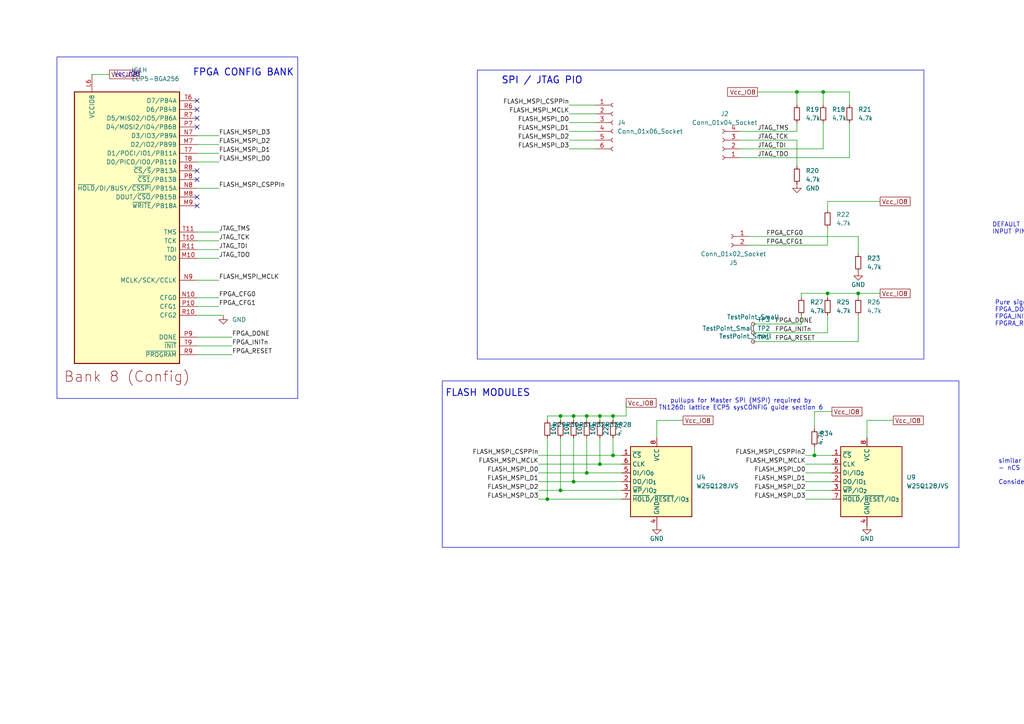
<source format=kicad_sch>
(kicad_sch (version 20250114) (generator "eeschema") (generator_version "9.0")
  (paper "A4")
  (lib_symbols
    (symbol "Connector:Conn_01x02_Socket" (pin_names (offset 1.016) (hide yes))
      (property "Reference" "J" (at 0 2.54 0))
      (property "Value" "Conn_01x02_Socket" (at 0 -5.08 0))
      (symbol "Conn_01x02_Socket_1_1"
        (polyline (pts (xy -1.27 0) (xy -0.508 0)) (stroke (width 0.1524)))
        (polyline (pts (xy -1.27 -2.54) (xy -0.508 -2.54)) (stroke (width 0.1524)))
        (arc (start 0 -0.508) (mid -0.5058 0) (end 0 0.508) (stroke (width 0.1524)))
        (arc (start 0 -3.048) (mid -0.5058 -2.54) (end 0 -2.032) (stroke (width 0.1524)))
        (pin passive line (at -5.08 0 0) (length 3.81) (name "Pin_1") (number "1"))
        (pin passive line (at -5.08 -2.54 0) (length 3.81) (name "Pin_2") (number "2"))
      )
    )
    (symbol "Connector:Conn_01x04_Socket" (pin_names (offset 1.016) (hide yes))
      (property "Reference" "J" (at 0 5.08 0))
      (property "Value" "Conn_01x04_Socket" (at 0 -7.62 0))
      (symbol "Conn_01x04_Socket_1_1"
        (polyline (pts (xy -1.27 2.54) (xy -0.508 2.54)) (stroke (width 0.1524)))
        (polyline (pts (xy -1.27 0) (xy -0.508 0)) (stroke (width 0.1524)))
        (polyline (pts (xy -1.27 -2.54) (xy -0.508 -2.54)) (stroke (width 0.1524)))
        (polyline (pts (xy -1.27 -5.08) (xy -0.508 -5.08)) (stroke (width 0.1524)))
        (arc (start 0 2.032) (mid -0.5058 2.54) (end 0 3.048) (stroke (width 0.1524)))
        (arc (start 0 -0.508) (mid -0.5058 0) (end 0 0.508) (stroke (width 0.1524)))
        (arc (start 0 -3.048) (mid -0.5058 -2.54) (end 0 -2.032) (stroke (width 0.1524)))
        (arc (start 0 -5.588) (mid -0.5058 -5.08) (end 0 -4.572) (stroke (width 0.1524)))
        (pin passive line (at -5.08 2.54 0) (length 3.81) (name "Pin_1") (number "1"))
        (pin passive line (at -5.08 0 0) (length 3.81) (name "Pin_2") (number "2"))
        (pin passive line (at -5.08 -2.54 0) (length 3.81) (name "Pin_3") (number "3"))
        (pin passive line (at -5.08 -5.08 0) (length 3.81) (name "Pin_4") (number "4"))
      )
    )
    (symbol "Connector:Conn_01x06_Socket" (pin_names (offset 1.016) (hide yes))
      (property "Reference" "J" (at 0 7.62 0))
      (property "Value" "Conn_01x06_Socket" (at 0 -10.16 0))
      (symbol "Conn_01x06_Socket_1_1"
        (polyline (pts (xy -1.27 5.08) (xy -0.508 5.08)) (stroke (width 0.1524)))
        (polyline (pts (xy -1.27 2.54) (xy -0.508 2.54)) (stroke (width 0.1524)))
        (polyline (pts (xy -1.27 0) (xy -0.508 0)) (stroke (width 0.1524)))
        (polyline (pts (xy -1.27 -2.54) (xy -0.508 -2.54)) (stroke (width 0.1524)))
        (polyline (pts (xy -1.27 -5.08) (xy -0.508 -5.08)) (stroke (width 0.1524)))
        (polyline (pts (xy -1.27 -7.62) (xy -0.508 -7.62)) (stroke (width 0.1524)))
        (arc (start 0 4.572) (mid -0.5058 5.08) (end 0 5.588) (stroke (width 0.1524)))
        (arc (start 0 2.032) (mid -0.5058 2.54) (end 0 3.048) (stroke (width 0.1524)))
        (arc (start 0 -0.508) (mid -0.5058 0) (end 0 0.508) (stroke (width 0.1524)))
        (arc (start 0 -3.048) (mid -0.5058 -2.54) (end 0 -2.032) (stroke (width 0.1524)))
        (arc (start 0 -5.588) (mid -0.5058 -5.08) (end 0 -4.572) (stroke (width 0.1524)))
        (arc (start 0 -8.128) (mid -0.5058 -7.62) (end 0 -7.112) (stroke (width 0.1524)))
        (pin passive line (at -5.08 5.08 0) (length 3.81) (name "Pin_1") (number "1"))
        (pin passive line (at -5.08 2.54 0) (length 3.81) (name "Pin_2") (number "2"))
        (pin passive line (at -5.08 0 0) (length 3.81) (name "Pin_3") (number "3"))
        (pin passive line (at -5.08 -2.54 0) (length 3.81) (name "Pin_4") (number "4"))
        (pin passive line (at -5.08 -5.08 0) (length 3.81) (name "Pin_5") (number "5"))
        (pin passive line (at -5.08 -7.62 0) (length 3.81) (name "Pin_6") (number "6"))
      )
    )
    (symbol "Connector:TestPoint_Small" (pin_numbers (hide yes)) (pin_names (offset 0.762) (hide yes))
      (property "Reference" "TP" (at 0 3.81 0))
      (property "Value" "TestPoint_Small" (at 0 2.032 0))
      (symbol "TestPoint_Small_0_1"
        (circle (center 0 0) (radius 0.508))
      )
      (symbol "TestPoint_Small_1_1"
        (pin passive line (at 0 0 90) (length 0) (name "1") (number "1"))
      )
    )
    (symbol "Device:R_Small" (pin_numbers (hide yes)) (pin_names (offset 0.254) (hide yes))
      (property "Reference" "R" (at 0 0 90))
      (property "Value" "R_Small" (at 1.778 0 90))
      (symbol "R_Small_0_1"
        (rectangle (start -0.762 1.778) (end 0.762 -1.778) (stroke (width 0.2032)))
      )
      (symbol "R_Small_1_1"
        (pin passive line (at 0 2.54 270) (length 0.762) (name "~") (number "1"))
        (pin passive line (at 0 -2.54 90) (length 0.762) (name "~") (number "2"))
      )
    )
    (symbol "Memory_Flash:W25Q128JVS"
      (property "Reference" "U" (at -6.35 11.43 0))
      (property "Value" "W25Q128JVS" (at 7.62 11.43 0))
      (symbol "W25Q128JVS_0_1"
        (rectangle (start -7.62 10.16) (end 10.16 -10.16) (stroke (width 0.254)) (fill (type background)))
      )
      (symbol "W25Q128JVS_1_1"
        (pin input line (at -10.16 7.62 0) (length 2.54) (name "~{CS}") (number "1"))
        (pin input line (at -10.16 5.08 0) (length 2.54) (name "CLK") (number "6"))
        (pin bidirectional line (at -10.16 2.54 0) (length 2.54) (name "DI/IO_{0}") (number "5"))
        (pin bidirectional line (at -10.16 0 0) (length 2.54) (name "DO/IO_{1}") (number "2"))
        (pin bidirectional line (at -10.16 -2.54 0) (length 2.54) (name "~{WP}/IO_{2}") (number "3"))
        (pin bidirectional line (at -10.16 -5.08 0) (length 2.54) (name "~{HOLD}/~{RESET}/IO_{3}") (number "7"))
        (pin power_in line (at 0 12.7 270) (length 2.54) (name "VCC") (number "8"))
        (pin power_in line (at 0 -12.7 90) (length 2.54) (name "GND") (number "4"))
      )
    )
    (symbol "ecp5bga256:ECP5-BGA256" (pin_names (offset 0.762))
      (property "Reference" "IC" (at 1.27 45.72 0))
      (property "Value" "ECP5-BGA256" (at 1.27 43.18 0))
      (symbol "ECP5-BGA256_1_0"
        (rectangle (start -13.97 35.56) (end 13.97 -35.56) (stroke (width 0.3048)) (fill (type background)))
      )
      (symbol "ECP5-BGA256_1_1"
        (text "FPGA Supplies" (at 0 -39.37 0) (effects (font (size 2.9972 2.9972))))
        (pin power_in line (at -19.05 33.02 0) (length 5.08) (name "VCC_1") (number "G6"))
        (pin power_in line (at -19.05 30.48 0) (length 5.08) (name "VCC_2") (number "G7"))
        (pin power_in line (at -19.05 27.94 0) (length 5.08) (name "VCC_3") (number "G9"))
        (pin power_in line (at -19.05 25.4 0) (length 5.08) (name "VCC_4") (number "L8"))
        (pin power_in line (at -19.05 22.86 0) (length 5.08) (name "VCC_5") (number "L9"))
        (pin power_in line (at -19.05 20.32 0) (length 5.08) (name "VCC_6") (number "L10"))
        (pin power_in line (at -19.05 -30.48 0) (length 5.08) (name "VCCAUX_1") (number "G11"))
        (pin power_in line (at -19.05 -33.02 0) (length 5.08) (name "VCCAUX_2") (number "L7"))
        (pin power_in line (at 19.05 33.02 180) (length 5.08) (name "GND_1") (number "A1"))
        (pin power_in line (at 19.05 30.48 180) (length 5.08) (name "GND_2") (number "A16"))
        (pin power_in line (at 19.05 27.94 180) (length 5.08) (name "GND_3") (number "D2"))
        (pin power_in line (at 19.05 25.4 180) (length 5.08) (name "GND_4") (number "D15"))
        (pin power_in line (at 19.05 22.86 180) (length 5.08) (name "GND_5") (number "F8"))
        (pin power_in line (at 19.05 20.32 180) (length 5.08) (name "GND_6") (number "F9"))
        (pin power_in line (at 19.05 17.78 180) (length 5.08) (name "GND_7") (number "G8"))
        (pin power_in line (at 19.05 15.24 180) (length 5.08) (name "GND_8") (number "G10"))
        (pin power_in line (at 19.05 12.7 180) (length 5.08) (name "GND_9") (number "H1"))
        (pin power_in line (at 19.05 10.16 180) (length 5.08) (name "GND_10") (number "H8"))
        (pin power_in line (at 19.05 7.62 180) (length 5.08) (name "GND_11") (number "H9"))
        (pin power_in line (at 19.05 5.08 180) (length 5.08) (name "GND_12") (number "H10"))
        (pin power_in line (at 19.05 2.54 180) (length 5.08) (name "GND_13") (number "H16"))
        (pin power_in line (at 19.05 0 180) (length 5.08) (name "GND_14") (number "J8"))
        (pin power_in line (at 19.05 -2.54 180) (length 5.08) (name "GND_15") (number "J9"))
        (pin power_in line (at 19.05 -5.08 180) (length 5.08) (name "GND_16") (number "J10"))
        (pin power_in line (at 19.05 -7.62 180) (length 5.08) (name "GND_17") (number "K6"))
        (pin power_in line (at 19.05 -10.16 180) (length 5.08) (name "GND_18") (number "K7"))
        (pin power_in line (at 19.05 -12.7 180) (length 5.08) (name "GND_19") (number "K8"))
        (pin power_in line (at 19.05 -15.24 180) (length 5.08) (name "GND_20") (number "K9"))
        (pin power_in line (at 19.05 -17.78 180) (length 5.08) (name "GND_21") (number "K10"))
        (pin power_in line (at 19.05 -20.32 180) (length 5.08) (name "GND_22") (number "N2"))
        (pin power_in line (at 19.05 -22.86 180) (length 5.08) (name "GND_23") (number "N15"))
        (pin power_in line (at 19.05 -25.4 180) (length 5.08) (name "GND_24") (number "T1"))
        (pin power_in line (at 19.05 -27.94 180) (length 5.08) (name "GND_25") (number "T5"))
        (pin power_in line (at 19.05 -30.48 180) (length 5.08) (name "GND_26") (number "T12"))
        (pin power_in line (at 19.05 -33.02 180) (length 5.08) (name "GND_27") (number "T16"))
      )
      (symbol "ECP5-BGA256_2_1"
        (rectangle (start -8.89 31.75) (end 8.89 -31.75) (stroke (width 0.3048)) (fill (type background)))
        (text "Bank 0" (at 0 -35.56 0) (effects (font (size 2.9972 2.9972))))
        (pin power_in line (at -5.08 36.83 270) (length 5.08) (name "VCCIO0_2") (number "F7"))
        (pin power_in line (at -2.54 36.83 270) (length 5.08) (name "VCCIO0_1") (number "F6"))
        (pin bidirectional line (at 13.97 29.21 180) (length 5.08) (name "PT4A") (number "A2"))
        (pin bidirectional line (at 13.97 26.67 180) (length 5.08) (name "PT4B") (number "B3"))
        (pin bidirectional line (at 13.97 24.13 180) (length 5.08) (name "PT6A") (number "A3"))
        (pin bidirectional line (at 13.97 21.59 180) (length 5.08) (name "PT6B") (number "A4"))
        (pin bidirectional line (at 13.97 19.05 180) (length 5.08) (name "PT9A") (number "E4"))
        (pin bidirectional line (at 13.97 16.51 180) (length 5.08) (name "PT9B") (number "D4"))
        (pin bidirectional line (at 13.97 13.97 180) (length 5.08) (name "PT11A") (number "C4"))
        (pin bidirectional line (at 13.97 11.43 180) (length 5.08) (name "PT11B") (number "B4"))
        (pin bidirectional line (at 13.97 8.89 180) (length 5.08) (name "PT13A") (number "E5"))
        (pin bidirectional line (at 13.97 6.35 180) (length 5.08) (name "PT13B") (number "D5"))
        (pin bidirectional line (at 13.97 3.81 180) (length 5.08) (name "PT15A") (number "C5"))
        (pin bidirectional line (at 13.97 1.27 180) (length 5.08) (name "PT15B") (number "B5"))
        (pin bidirectional line (at 13.97 -1.27 180) (length 5.08) (name "PT18A") (number "A5"))
        (pin bidirectional line (at 13.97 -3.81 180) (length 5.08) (name "PT18B") (number "A6"))
        (pin bidirectional line (at 13.97 -6.35 180) (length 5.08) (name "PT20A") (number "E6"))
        (pin bidirectional line (at 13.97 -8.89 180) (length 5.08) (name "PT20B") (number "D6"))
        (pin bidirectional line (at 13.97 -11.43 180) (length 5.08) (name "PT22A") (number "C6"))
        (pin bidirectional line (at 13.97 -13.97 180) (length 5.08) (name "PT22B") (number "B6"))
        (pin bidirectional line (at 13.97 -16.51 180) (length 5.08) (name "PT24A") (number "E7"))
        (pin bidirectional line (at 13.97 -19.05 180) (length 5.08) (name "PT24B") (number "D7"))
        (pin bidirectional line (at 13.97 -21.59 180) (length 5.08) (name "PT27A") (number "C7"))
        (pin bidirectional line (at 13.97 -24.13 180) (length 5.08) (name "PT27B") (number "B7"))
        (pin bidirectional line (at 13.97 -26.67 180) (length 5.08) (name "PT29A") (number "A7"))
        (pin bidirectional line (at 13.97 -29.21 180) (length 5.08) (name "PT29B") (number "A8"))
      )
      (symbol "ECP5-BGA256_3_0"
        (rectangle (start -8.89 41.91) (end 8.89 -41.91) (stroke (width 0.3048)) (fill (type background)))
      )
      (symbol "ECP5-BGA256_3_1"
        (text "Bank 1" (at 0 -45.72 0) (effects (font (size 2.9972 2.9972))))
        (pin power_in line (at -5.08 46.99 270) (length 5.08) (name "VCCIO1_2") (number "F11"))
        (pin power_in line (at -2.54 46.99 270) (length 5.08) (name "VCCIO1_1") (number "F10"))
        (pin bidirectional line (at 13.97 39.37 180) (length 5.08) (name "PT33A") (number "E8"))
        (pin bidirectional line (at 13.97 36.83 180) (length 5.08) (name "PT33B") (number "D8"))
        (pin bidirectional line (at 13.97 34.29 180) (length 5.08) (name "PT35A") (number "C8"))
        (pin bidirectional line (at 13.97 31.75 180) (length 5.08) (name "PT35B") (number "B8"))
        (pin bidirectional line (at 13.97 29.21 180) (length 5.08) (name "PT38A") (number "B9"))
        (pin bidirectional line (at 13.97 26.67 180) (length 5.08) (name "PT38B") (number "C9"))
        (pin bidirectional line (at 13.97 24.13 180) (length 5.08) (name "PT40A") (number "D9"))
        (pin bidirectional line (at 13.97 21.59 180) (length 5.08) (name "PT40B") (number "E9"))
        (pin bidirectional line (at 13.97 19.05 180) (length 5.08) (name "PT42A") (number "A9"))
        (pin bidirectional line (at 13.97 16.51 180) (length 5.08) (name "PT42B") (number "A10"))
        (pin bidirectional line (at 13.97 13.97 180) (length 5.08) (name "PT44A") (number "B10"))
        (pin bidirectional line (at 13.97 11.43 180) (length 5.08) (name "PT44B") (number "C10"))
        (pin bidirectional line (at 13.97 8.89 180) (length 5.08) (name "PT47A") (number "D10"))
        (pin bidirectional line (at 13.97 6.35 180) (length 5.08) (name "PT47B") (number "E10"))
        (pin bidirectional line (at 13.97 3.81 180) (length 5.08) (name "PT49A") (number "B11"))
        (pin bidirectional line (at 13.97 1.27 180) (length 5.08) (name "PT49B") (number "C11"))
        (pin bidirectional line (at 13.97 -1.27 180) (length 5.08) (name "PT51A") (number "D11"))
        (pin bidirectional line (at 13.97 -3.81 180) (length 5.08) (name "PT51B") (number "E11"))
        (pin bidirectional line (at 13.97 -6.35 180) (length 5.08) (name "PT53A") (number "A11"))
        (pin bidirectional line (at 13.97 -8.89 180) (length 5.08) (name "PT53B") (number "A12"))
        (pin bidirectional line (at 13.97 -11.43 180) (length 5.08) (name "PT56A") (number "B12"))
        (pin bidirectional line (at 13.97 -13.97 180) (length 5.08) (name "PT56B") (number "C12"))
        (pin bidirectional line (at 13.97 -16.51 180) (length 5.08) (name "PT58A") (number "D12"))
        (pin bidirectional line (at 13.97 -19.05 180) (length 5.08) (name "PT58B") (number "E12"))
        (pin bidirectional line (at 13.97 -21.59 180) (length 5.08) (name "PT60A") (number "B13"))
        (pin bidirectional line (at 13.97 -24.13 180) (length 5.08) (name "PT60B") (number "C13"))
        (pin bidirectional line (at 13.97 -26.67 180) (length 5.08) (name "PT62A") (number "D13"))
        (pin bidirectional line (at 13.97 -29.21 180) (length 5.08) (name "PT62B") (number "E13"))
        (pin bidirectional line (at 13.97 -31.75 180) (length 5.08) (name "PT65A") (number "A13"))
        (pin bidirectional line (at 13.97 -34.29 180) (length 5.08) (name "PT65B") (number "A14"))
        (pin bidirectional line (at 13.97 -36.83 180) (length 5.08) (name "PT67A") (number "B14"))
        (pin bidirectional line (at 13.97 -39.37 180) (length 5.08) (name "PT67B") (number "A15"))
      )
      (symbol "ECP5-BGA256_4_1"
        (rectangle (start -17.78 41.91) (end 8.89 -41.91) (stroke (width 0.3048)) (fill (type background)))
        (text "Bank 2" (at 0 -45.72 0) (effects (font (size 2.9972 2.9972))))
        (pin power_in line (at -11.43 46.99 270) (length 5.08) (name "VCCIO2_1") (number "H11"))
        (pin power_in line (at -8.89 46.99 270) (length 5.08) (name "VCCIO2_2") (number "J11"))
        (pin bidirectional line (at 13.97 39.37 180) (length 5.08) (name "PR2A/RDQ8") (number "B16"))
        (pin bidirectional line (at 13.97 36.83 180) (length 5.08) (name "PR2B/S0_IN") (number "B15"))
        (pin bidirectional line (at 13.97 34.29 180) (length 5.08) (name "PR2C") (number "C14"))
        (pin bidirectional line (at 13.97 31.75 180) (length 5.08) (name "PR2D") (number "D14"))
        (pin bidirectional line (at 13.97 29.21 180) (length 5.08) (name "PR5A") (number "C16"))
        (pin bidirectional line (at 13.97 26.67 180) (length 5.08) (name "PR5B") (number "C15"))
        (pin bidirectional line (at 13.97 24.13 180) (length 5.08) (name "PR5C") (number "E14"))
        (pin bidirectional line (at 13.97 21.59 180) (length 5.08) (name "PR5D") (number "F14"))
        (pin bidirectional line (at 13.97 19.05 180) (length 5.08) (name "PR8A/RDQS8") (number "D16"))
        (pin bidirectional line (at 13.97 16.51 180) (length 5.08) (name "PR8B/RDQSN8") (number "E15"))
        (pin bidirectional line (at 13.97 13.97 180) (length 5.08) (name "PR8C") (number "F13"))
        (pin bidirectional line (at 13.97 11.43 180) (length 5.08) (name "PR8D") (number "F12"))
        (pin bidirectional line (at 13.97 8.89 180) (length 5.08) (name "PR11A") (number "G12"))
        (pin bidirectional line (at 13.97 6.35 180) (length 5.08) (name "PR11B") (number "G13"))
        (pin bidirectional line (at 13.97 3.81 180) (length 5.08) (name "PR11C") (number "F15"))
        (pin bidirectional line (at 13.97 1.27 180) (length 5.08) (name "PR11D") (number "E16"))
        (pin bidirectional line (at 13.97 -1.27 180) (length 5.08) (name "PR14A/RDQ20") (number "F16"))
        (pin bidirectional line (at 13.97 -3.81 180) (length 5.08) (name "PR14B") (number "G15"))
        (pin bidirectional line (at 13.97 -6.35 180) (length 5.08) (name "PR14C/VREF1_2") (number "G14"))
        (pin bidirectional line (at 13.97 -8.89 180) (length 5.08) (name "PR14D") (number "H14"))
        (pin bidirectional line (at 13.97 -11.43 180) (length 5.08) (name "PR17A") (number "H12"))
        (pin bidirectional line (at 13.97 -13.97 180) (length 5.08) (name "PR17B") (number "H13"))
        (pin bidirectional line (at 13.97 -16.51 180) (length 5.08) (name "PR17C") (number "J13"))
        (pin bidirectional line (at 13.97 -19.05 180) (length 5.08) (name "PR17D") (number "J12"))
        (pin bidirectional line (at 13.97 -21.59 180) (length 5.08) (name "PR20A/RDQS20") (number "G16"))
        (pin bidirectional line (at 13.97 -24.13 180) (length 5.08) (name "PR20B/RDQS20") (number "H15"))
        (pin bidirectional line (at 13.97 -26.67 180) (length 5.08) (name "PR20C/GR_PCLK2_1") (number "J14"))
        (pin bidirectional line (at 13.97 -29.21 180) (length 5.08) (name "PR20D/GR_PCLK2_0") (number "K14"))
        (pin bidirectional line (at 13.97 -31.75 180) (length 5.08) (name "PR23A/PCLKT2_1") (number "J16"))
        (pin bidirectional line (at 13.97 -34.29 180) (length 5.08) (name "PR23B/PCLKC2_1") (number "J15"))
        (pin bidirectional line (at 13.97 -36.83 180) (length 5.08) (name "PR23C/PCLKT2_0") (number "K16"))
        (pin bidirectional line (at 13.97 -39.37 180) (length 5.08) (name "PR23D/PCLKC2_0") (number "K15"))
      )
      (symbol "ECP5-BGA256_5_0"
        (rectangle (start -8.89 41.91) (end 8.89 -41.91) (stroke (width 0.3048)) (fill (type background)))
      )
      (symbol "ECP5-BGA256_5_1"
        (text "Bank 3" (at 0 -45.72 0) (effects (font (size 2.9972 2.9972))))
        (pin power_in line (at -5.08 46.99 270) (length 5.08) (name "VCCIO3_1") (number "K11"))
        (pin power_in line (at -2.54 46.99 270) (length 5.08) (name "VCCIO3_2") (number "L11"))
        (pin bidirectional line (at 13.97 39.37 180) (length 5.08) (name "PR26A") (number "L16"))
        (pin bidirectional line (at 13.97 36.83 180) (length 5.08) (name "PR26B") (number "L15"))
        (pin bidirectional line (at 13.97 34.29 180) (length 5.08) (name "PR26C") (number "M16"))
        (pin bidirectional line (at 13.97 31.75 180) (length 5.08) (name "PR26D") (number "M15"))
        (pin bidirectional line (at 13.97 29.21 180) (length 5.08) (name "PR29A") (number "K13"))
        (pin bidirectional line (at 13.97 26.67 180) (length 5.08) (name "PR29B") (number "K12"))
        (pin bidirectional line (at 13.97 24.13 180) (length 5.08) (name "PR29C") (number "L13"))
        (pin bidirectional line (at 13.97 21.59 180) (length 5.08) (name "PR29D") (number "L12"))
        (pin bidirectional line (at 13.97 19.05 180) (length 5.08) (name "PR32A") (number "N16"))
        (pin bidirectional line (at 13.97 16.51 180) (length 5.08) (name "PR32B") (number "P15"))
        (pin bidirectional line (at 13.97 13.97 180) (length 5.08) (name "PR32C") (number "L14"))
        (pin bidirectional line (at 13.97 11.43 180) (length 5.08) (name "PR32D") (number "M14"))
        (pin bidirectional line (at 13.97 8.89 180) (length 5.08) (name "PR35A") (number "P16"))
        (pin bidirectional line (at 13.97 6.35 180) (length 5.08) (name "PR35B") (number "R16"))
        (pin bidirectional line (at 13.97 3.81 180) (length 5.08) (name "PR35C") (number "M13"))
        (pin bidirectional line (at 13.97 1.27 180) (length 5.08) (name "PR35D") (number "N14"))
        (pin bidirectional line (at 13.97 -1.27 180) (length 5.08) (name "PR38A") (number "N13"))
        (pin bidirectional line (at 13.97 -3.81 180) (length 5.08) (name "PR38B") (number "P14"))
        (pin bidirectional line (at 13.97 -6.35 180) (length 5.08) (name "PR38C") (number "R15"))
        (pin bidirectional line (at 13.97 -8.89 180) (length 5.08) (name "PR38D") (number "T15"))
        (pin bidirectional line (at 13.97 -11.43 180) (length 5.08) (name "PR41A") (number "P13"))
        (pin bidirectional line (at 13.97 -13.97 180) (length 5.08) (name "PR41B") (number "R14"))
        (pin bidirectional line (at 13.97 -16.51 180) (length 5.08) (name "PR41C") (number "R13"))
        (pin bidirectional line (at 13.97 -19.05 180) (length 5.08) (name "PR41D") (number "T14"))
        (pin bidirectional line (at 13.97 -21.59 180) (length 5.08) (name "PR44A") (number "R12"))
        (pin bidirectional line (at 13.97 -24.13 180) (length 5.08) (name "PR44B") (number "T13"))
        (pin bidirectional line (at 13.97 -26.67 180) (length 5.08) (name "PR44C") (number "M12"))
        (pin bidirectional line (at 13.97 -29.21 180) (length 5.08) (name "PR44D") (number "N12"))
        (pin bidirectional line (at 13.97 -31.75 180) (length 5.08) (name "PR47A") (number "M11"))
        (pin bidirectional line (at 13.97 -34.29 180) (length 5.08) (name "PR47B") (number "N11"))
        (pin bidirectional line (at 13.97 -36.83 180) (length 5.08) (name "PR47C") (number "P11"))
        (pin bidirectional line (at 13.97 -39.37 180) (length 5.08) (name "PR47D") (number "P12"))
      )
      (symbol "ECP5-BGA256_6_1"
        (rectangle (start -20.32 41.91) (end 8.89 -41.91) (stroke (width 0.3048)) (fill (type background)))
        (text "Bank 6" (at 0 -45.72 0) (effects (font (size 2.9972 2.9972))))
        (pin power_in line (at -13.97 46.99 270) (length 5.08) (name "VCCIO6_1") (number "J6"))
        (pin power_in line (at -11.43 46.99 270) (length 5.08) (name "VCCIO6_2") (number "J7"))
        (pin bidirectional line (at 13.97 39.37 180) (length 5.08) (name "PL26A/LDQ32/PCLKT6_1") (number "L1"))
        (pin bidirectional line (at 13.97 36.83 180) (length 5.08) (name "PL26B/PCLKC6_1") (number "L2"))
        (pin bidirectional line (at 13.97 34.29 180) (length 5.08) (name "PL26C/PCLKT6_0") (number "M1"))
        (pin bidirectional line (at 13.97 31.75 180) (length 5.08) (name "PL26D/PCLKC6_0") (number "M2"))
        (pin bidirectional line (at 13.97 29.21 180) (length 5.08) (name "PL29A/GR_PCLK6_0") (number "K4"))
        (pin bidirectional line (at 13.97 26.67 180) (length 5.08) (name "PL29B") (number "K5"))
        (pin bidirectional line (at 13.97 24.13 180) (length 5.08) (name "PL29C/PL29C") (number "L4"))
        (pin bidirectional line (at 13.97 21.59 180) (length 5.08) (name "PL29D") (number "L5"))
        (pin bidirectional line (at 13.97 19.05 180) (length 5.08) (name "PL32A/LDQS32") (number "N1"))
        (pin bidirectional line (at 13.97 16.51 180) (length 5.08) (name "PL32B/LDQSN32") (number "P2"))
        (pin bidirectional line (at 13.97 13.97 180) (length 5.08) (name "PL32C") (number "L3"))
        (pin bidirectional line (at 13.97 11.43 180) (length 5.08) (name "PL32D") (number "M3"))
        (pin bidirectional line (at 13.97 8.89 180) (length 5.08) (name "PL35A") (number "P1"))
        (pin bidirectional line (at 13.97 6.35 180) (length 5.08) (name "PL35B/VREF1_6") (number "R1"))
        (pin bidirectional line (at 13.97 3.81 180) (length 5.08) (name "PL35C") (number "M4"))
        (pin bidirectional line (at 13.97 1.27 180) (length 5.08) (name "PL35D") (number "N3"))
        (pin bidirectional line (at 13.97 -1.27 180) (length 5.08) (name "PL38A/LDQ44") (number "N4"))
        (pin bidirectional line (at 13.97 -3.81 180) (length 5.08) (name "PL38B") (number "P3"))
        (pin bidirectional line (at 13.97 -6.35 180) (length 5.08) (name "PL38C") (number "R2"))
        (pin bidirectional line (at 13.97 -8.89 180) (length 5.08) (name "PL38D") (number "T2"))
        (pin bidirectional line (at 13.97 -11.43 180) (length 5.08) (name "PL44A/LDQS44") (number "R5"))
        (pin bidirectional line (at 13.97 -13.97 180) (length 5.08) (name "PL44B/LDQSN44") (number "T4"))
        (pin bidirectional line (at 13.97 -16.51 180) (length 5.08) (name "PL44C") (number "M5"))
        (pin bidirectional line (at 13.97 -19.05 180) (length 5.08) (name "PL44D") (number "N5"))
        (pin bidirectional line (at 13.97 -21.59 180) (length 5.08) (name "PL41A") (number "P4"))
        (pin bidirectional line (at 13.97 -24.13 180) (length 5.08) (name "PL41B") (number "R3"))
        (pin bidirectional line (at 13.97 -26.67 180) (length 5.08) (name "PL41C") (number "R4"))
        (pin bidirectional line (at 13.97 -29.21 180) (length 5.08) (name "PL41D") (number "T3"))
        (pin bidirectional line (at 13.97 -31.75 180) (length 5.08) (name "PL47A") (number "M6"))
        (pin bidirectional line (at 13.97 -34.29 180) (length 5.08) (name "PL47B") (number "N6"))
        (pin bidirectional line (at 13.97 -36.83 180) (length 5.08) (name "PL47D/LLC_GPLL0C_IN") (number "P5"))
        (pin bidirectional line (at 13.97 -39.37 180) (length 5.08) (name "PL47C/LLC_GPLL0T_IN") (number "P6"))
      )
      (symbol "ECP5-BGA256_7_1"
        (rectangle (start -8.89 41.91) (end 8.89 -41.91) (stroke (width 0.3048)) (fill (type background)))
        (text "Bank 7" (at 0 -45.72 0) (effects (font (size 2.9972 2.9972))))
        (pin power_in line (at -5.08 46.99 270) (length 5.08) (name "VCCIO7_2") (number "H7"))
        (pin power_in line (at -2.54 46.99 270) (length 5.08) (name "VCCIO7_1") (number "H6"))
        (pin bidirectional line (at 13.97 39.37 180) (length 5.08) (name "PL2A") (number "B1"))
        (pin bidirectional line (at 13.97 36.83 180) (length 5.08) (name "PL2B") (number "B2"))
        (pin bidirectional line (at 13.97 34.29 180) (length 5.08) (name "PL2C") (number "C3"))
        (pin bidirectional line (at 13.97 31.75 180) (length 5.08) (name "PL2D") (number "D3"))
        (pin bidirectional line (at 13.97 29.21 180) (length 5.08) (name "PL5A") (number "C1"))
        (pin bidirectional line (at 13.97 26.67 180) (length 5.08) (name "PL5B") (number "C2"))
        (pin bidirectional line (at 13.97 24.13 180) (length 5.08) (name "PL5C") (number "E3"))
        (pin bidirectional line (at 13.97 21.59 180) (length 5.08) (name "PL5D") (number "F3"))
        (pin bidirectional line (at 13.97 19.05 180) (length 5.08) (name "PL8A") (number "D1"))
        (pin bidirectional line (at 13.97 16.51 180) (length 5.08) (name "PL8B") (number "E2"))
        (pin bidirectional line (at 13.97 13.97 180) (length 5.08) (name "PL8C") (number "F4"))
        (pin bidirectional line (at 13.97 11.43 180) (length 5.08) (name "PL8D") (number "F5"))
        (pin bidirectional line (at 13.97 8.89 180) (length 5.08) (name "PL11A") (number "G5"))
        (pin bidirectional line (at 13.97 6.35 180) (length 5.08) (name "PL11B") (number "G4"))
        (pin bidirectional line (at 13.97 3.81 180) (length 5.08) (name "PL11C") (number "F2"))
        (pin bidirectional line (at 13.97 1.27 180) (length 5.08) (name "PL11D") (number "E1"))
        (pin bidirectional line (at 13.97 -1.27 180) (length 5.08) (name "PL14A") (number "F1"))
        (pin bidirectional line (at 13.97 -3.81 180) (length 5.08) (name "PL14B") (number "G2"))
        (pin bidirectional line (at 13.97 -6.35 180) (length 5.08) (name "PL14C") (number "G3"))
        (pin bidirectional line (at 13.97 -8.89 180) (length 5.08) (name "PL14D") (number "H3"))
        (pin bidirectional line (at 13.97 -11.43 180) (length 5.08) (name "PL17A") (number "H5"))
        (pin bidirectional line (at 13.97 -13.97 180) (length 5.08) (name "PL17B") (number "H4"))
        (pin bidirectional line (at 13.97 -16.51 180) (length 5.08) (name "PL17C") (number "J4"))
        (pin bidirectional line (at 13.97 -19.05 180) (length 5.08) (name "PL17D") (number "J5"))
        (pin bidirectional line (at 13.97 -21.59 180) (length 5.08) (name "PL20A") (number "G1"))
        (pin bidirectional line (at 13.97 -24.13 180) (length 5.08) (name "PL20B") (number "H2"))
        (pin bidirectional line (at 13.97 -26.67 180) (length 5.08) (name "PL20C") (number "J3"))
        (pin bidirectional line (at 13.97 -29.21 180) (length 5.08) (name "PL20D") (number "K3"))
        (pin bidirectional line (at 13.97 -31.75 180) (length 5.08) (name "PL23A") (number "J1"))
        (pin bidirectional line (at 13.97 -34.29 180) (length 5.08) (name "PL23B") (number "J2"))
        (pin bidirectional line (at 13.97 -36.83 180) (length 5.08) (name "PL23C") (number "K1"))
        (pin bidirectional line (at 13.97 -39.37 180) (length 5.08) (name "PL23D") (number "K2"))
      )
      (symbol "ECP5-BGA256_8_0"
        (text "Bank 8 (Config)" (at 0 -43.18 0) (effects (font (size 2.9972 2.9972))))
      )
      (symbol "ECP5-BGA256_8_1"
        (rectangle (start -15.24 39.37) (end 15.24 -39.37) (stroke (width 0.3048)) (fill (type background)))
        (pin power_in line (at -10.16 44.45 270) (length 5.08) (name "VCCIO8") (number "L6"))
        (pin bidirectional line (at 20.32 36.83 180) (length 5.08) (name "D7/PB4A") (number "T6"))
        (pin bidirectional line (at 20.32 34.29 180) (length 5.08) (name "D6/PB4B") (number "R6"))
        (pin bidirectional line (at 20.32 31.75 180) (length 5.08) (name "D5/MISO2/IO5/PB6A") (number "R7"))
        (pin bidirectional line (at 20.32 29.21 180) (length 5.08) (name "D4/MOSI2/IO4/PB6B") (number "P7"))
        (pin bidirectional line (at 20.32 26.67 180) (length 5.08) (name "D3/IO3/PB9A") (number "N7"))
        (pin bidirectional line (at 20.32 24.13 180) (length 5.08) (name "D2/IO2/PB9B") (number "M7"))
        (pin bidirectional line (at 20.32 21.59 180) (length 5.08) (name "D1/POCI/IO1/PB11A") (number "T7"))
        (pin bidirectional line (at 20.32 19.05 180) (length 5.08) (name "D0/PICO/IO0/PB11B") (number "T8"))
        (pin bidirectional line (at 20.32 16.51 180) (length 5.08) (name "~{CS}/~{S}/PB13A") (number "R8"))
        (pin bidirectional line (at 20.32 13.97 180) (length 5.08) (name "~{CS1}/PB13B") (number "P8"))
        (pin bidirectional line (at 20.32 11.43 180) (length 5.08) (name "~{HOLD}/DI/BUSY/~{CSSPI}/PB15A") (number "N8"))
        (pin bidirectional line (at 20.32 8.89 180) (length 5.08) (name "DOUT/~{CSO}/PB15B") (number "M8"))
        (pin bidirectional line (at 20.32 6.35 180) (length 5.08) (name "~{WRITE}/PB18A") (number "M9"))
        (pin input line (at 20.32 -1.27 180) (length 5.08) (name "TMS") (number "T11"))
        (pin input line (at 20.32 -3.81 180) (length 5.08) (name "TCK") (number "T10"))
        (pin input line (at 20.32 -6.35 180) (length 5.08) (name "TDI") (number "R11"))
        (pin output line (at 20.32 -8.89 180) (length 5.08) (name "TDO") (number "M10"))
        (pin bidirectional line (at 20.32 -15.24 180) (length 5.08) (name "MCLK/SCK/CCLK") (number "N9"))
        (pin input line (at 20.32 -20.32 180) (length 5.08) (name "CFG0") (number "N10"))
        (pin input line (at 20.32 -22.86 180) (length 5.08) (name "CFG1") (number "P10"))
        (pin input line (at 20.32 -25.4 180) (length 5.08) (name "CFG2") (number "R10"))
        (pin bidirectional line (at 20.32 -31.75 180) (length 5.08) (name "DONE") (number "P9"))
        (pin bidirectional line (at 20.32 -34.29 180) (length 5.08) (name "~{INIT}") (number "T9"))
        (pin bidirectional line (at 20.32 -36.83 180) (length 5.08) (name "~{PROGRAM}") (number "R9"))
      )
    )
    (symbol "power:GND" (power) (pin_numbers (hide yes)) (pin_names (offset 0) (hide yes))
      (property "Value" "GND" (at 0 -3.81 0))
      (symbol "GND_0_1"
        (polyline (pts (xy 0 0) (xy 0 -1.27) (xy 1.27 -1.27) (xy 0 -2.54) (xy -1.27 -1.27) (xy 0 -1.27)))
      )
      (symbol "GND_1_1"
        (pin power_in line (at 0 0 270) (length 0) (name "~") (number "1"))
      )
    )
  )
  (rectangle (start 128.27 110.49) (end 278.13 158.75))
  (rectangle (start 138.43 20.32) (end 267.97 104.14))
  (rectangle (start 16.51 16.51) (end 86.36 115.57))
  (text "SPI / JTAG PIO" (at 157.226 23.368 0) (effects (font (size 2 2) (thickness 0.254) (bold yes))))
  (text "similar component to orange-crab\n- nCS should be pulled low by master (FPGA)\n\nConsider using 1 Gbit in case you'd want to load firmware onto the device." (at 289.56 136.906 0) (effects (font (size 1.27 1.27)) (justify left)))
  (text "DEFAULT => CFG[2:0] = (010) -> MSPI2\nINPUT PINS => CFG[2:0] = (001) -> SSPI" (at 287.782 66.294 0) (effects (font (size 1.27 1.27)) (justify left)))
  (text "Vcc_IO8" (at 36.83 21.59 0) (effects (font (size 1.27 1.27))))
  (text "Pure signaling function\nFPGA_DONE: Startup sequence in prograss\nFPGA_INITn: Ready to be configured\nFPGRA_RESET: Initiates configuration sequence when asserted low" (at 288.544 90.932 0) (effects (font (size 1.27 1.27)) (justify left)))
  (text "pullups for Master SPI (MSPI) required by\nTN1260: lattice ECP5 sysCONFIG guide section 6" (at 214.884 117.348 0) (effects (font (size 1.27 1.27))))
  (text "FLASH MODULES" (at 141.478 114.046 0) (effects (font (size 2 2) (thickness 0.254) (bold yes))))
  (text "FPGA CONFIG BANK" (at 70.612 21.082 0) (effects (font (size 2 2) (thickness 0.254) (bold yes))))
  (junction (at 170.18 120.65))
  (junction (at 238.76 26.67))
  (junction (at 177.8 132.08))
  (junction (at 248.92 85.09))
  (junction (at 166.37 120.65))
  (junction (at 173.99 120.65))
  (junction (at 158.75 144.78))
  (junction (at 231.14 26.67))
  (junction (at 240.03 85.09))
  (junction (at 170.18 137.16))
  (junction (at 177.8 120.65))
  (junction (at 162.56 120.65))
  (junction (at 162.56 142.24))
  (junction (at 173.99 134.62))
  (junction (at 166.37 139.7))
  (junction (at 236.22 132.08))
  (no_connect (at 57.15 59.69))
  (no_connect (at 57.15 49.53))
  (no_connect (at 57.15 36.83))
  (no_connect (at 57.15 29.21))
  (no_connect (at 57.15 52.07))
  (no_connect (at 57.15 57.15))
  (no_connect (at 57.15 34.29))
  (no_connect (at 57.15 31.75))
  (wire (pts (xy 165.1 33.02) (xy 172.72 33.02)))
  (wire (pts (xy 181.61 120.65) (xy 181.61 116.84)))
  (wire (pts (xy 166.37 127) (xy 166.37 139.7)))
  (wire (pts (xy 240.03 85.09) (xy 240.03 86.36)))
  (wire (pts (xy 240.03 71.12) (xy 240.03 66.04)))
  (wire (pts (xy 236.22 129.54) (xy 236.22 132.08)))
  (wire (pts (xy 57.15 91.44) (xy 64.77 91.44)))
  (wire (pts (xy 218.44 93.98) (xy 232.41 93.98)))
  (wire (pts (xy 236.22 119.38) (xy 236.22 124.46)))
  (wire (pts (xy 57.15 54.61) (xy 63.5 54.61)))
  (wire (pts (xy 231.14 26.67) (xy 231.14 30.48)))
  (wire (pts (xy 214.63 38.1) (xy 231.14 38.1)))
  (wire (pts (xy 57.15 74.93) (xy 63.5 74.93)))
  (wire (pts (xy 63.5 41.91) (xy 57.15 41.91)))
  (wire (pts (xy 217.17 68.58) (xy 248.92 68.58)))
  (wire (pts (xy 214.63 43.18) (xy 238.76 43.18)))
  (wire (pts (xy 26.67 21.59) (xy 31.75 21.59)))
  (wire (pts (xy 57.15 100.33) (xy 67.31 100.33)))
  (wire (pts (xy 57.15 67.31) (xy 63.5 67.31)))
  (wire (pts (xy 173.99 134.62) (xy 180.34 134.62)))
  (wire (pts (xy 165.1 35.56) (xy 172.72 35.56)))
  (wire (pts (xy 231.14 40.64) (xy 231.14 48.26)))
  (wire (pts (xy 217.17 71.12) (xy 240.03 71.12)))
  (wire (pts (xy 63.5 46.99) (xy 57.15 46.99)))
  (wire (pts (xy 57.15 88.9) (xy 63.5 88.9)))
  (wire (pts (xy 233.68 144.78) (xy 241.3 144.78)))
  (wire (pts (xy 255.27 58.42) (xy 240.03 58.42)))
  (wire (pts (xy 240.03 58.42) (xy 240.03 60.96)))
  (wire (pts (xy 238.76 30.48) (xy 238.76 26.67)))
  (wire (pts (xy 177.8 120.65) (xy 177.8 121.92)))
  (wire (pts (xy 57.15 86.36) (xy 63.5 86.36)))
  (wire (pts (xy 170.18 137.16) (xy 180.34 137.16)))
  (wire (pts (xy 219.71 26.67) (xy 231.14 26.67)))
  (wire (pts (xy 248.92 68.58) (xy 248.92 73.66)))
  (wire (pts (xy 156.21 134.62) (xy 173.99 134.62)))
  (wire (pts (xy 170.18 120.65) (xy 173.99 120.65)))
  (wire (pts (xy 162.56 142.24) (xy 180.34 142.24)))
  (wire (pts (xy 198.12 121.92) (xy 190.5 121.92)))
  (wire (pts (xy 156.21 144.78) (xy 158.75 144.78)))
  (wire (pts (xy 232.41 86.36) (xy 232.41 85.09)))
  (wire (pts (xy 165.1 40.64) (xy 172.72 40.64)))
  (wire (pts (xy 158.75 127) (xy 158.75 144.78)))
  (wire (pts (xy 57.15 72.39) (xy 63.5 72.39)))
  (wire (pts (xy 240.03 85.09) (xy 248.92 85.09)))
  (wire (pts (xy 218.44 99.06) (xy 248.92 99.06)))
  (wire (pts (xy 233.68 134.62) (xy 241.3 134.62)))
  (wire (pts (xy 57.15 102.87) (xy 67.31 102.87)))
  (wire (pts (xy 233.68 139.7) (xy 241.3 139.7)))
  (wire (pts (xy 190.5 121.92) (xy 190.5 127)))
  (wire (pts (xy 181.61 120.65) (xy 177.8 120.65)))
  (wire (pts (xy 232.41 91.44) (xy 232.41 93.98)))
  (wire (pts (xy 57.15 97.79) (xy 67.31 97.79)))
  (wire (pts (xy 156.21 137.16) (xy 170.18 137.16)))
  (wire (pts (xy 214.63 45.72) (xy 246.38 45.72)))
  (wire (pts (xy 233.68 142.24) (xy 241.3 142.24)))
  (wire (pts (xy 170.18 120.65) (xy 170.18 121.92)))
  (wire (pts (xy 255.27 85.09) (xy 248.92 85.09)))
  (wire (pts (xy 162.56 127) (xy 162.56 142.24)))
  (wire (pts (xy 232.41 85.09) (xy 240.03 85.09)))
  (wire (pts (xy 173.99 120.65) (xy 177.8 120.65)))
  (wire (pts (xy 177.8 127) (xy 177.8 132.08)))
  (wire (pts (xy 158.75 120.65) (xy 162.56 120.65)))
  (wire (pts (xy 241.3 119.38) (xy 236.22 119.38)))
  (wire (pts (xy 158.75 121.92) (xy 158.75 120.65)))
  (wire (pts (xy 158.75 144.78) (xy 180.34 144.78)))
  (wire (pts (xy 166.37 139.7) (xy 180.34 139.7)))
  (wire (pts (xy 166.37 120.65) (xy 170.18 120.65)))
  (wire (pts (xy 240.03 96.52) (xy 240.03 91.44)))
  (wire (pts (xy 173.99 127) (xy 173.99 134.62)))
  (wire (pts (xy 170.18 127) (xy 170.18 137.16)))
  (wire (pts (xy 173.99 120.65) (xy 173.99 121.92)))
  (wire (pts (xy 162.56 120.65) (xy 162.56 121.92)))
  (wire (pts (xy 233.68 137.16) (xy 241.3 137.16)))
  (wire (pts (xy 246.38 45.72) (xy 246.38 35.56)))
  (wire (pts (xy 156.21 142.24) (xy 162.56 142.24)))
  (wire (pts (xy 63.5 44.45) (xy 57.15 44.45)))
  (wire (pts (xy 218.44 96.52) (xy 240.03 96.52)))
  (wire (pts (xy 231.14 26.67) (xy 238.76 26.67)))
  (wire (pts (xy 177.8 132.08) (xy 180.34 132.08)))
  (wire (pts (xy 63.5 39.37) (xy 57.15 39.37)))
  (wire (pts (xy 165.1 38.1) (xy 172.72 38.1)))
  (wire (pts (xy 57.15 69.85) (xy 63.5 69.85)))
  (wire (pts (xy 251.46 121.92) (xy 251.46 127)))
  (wire (pts (xy 246.38 30.48) (xy 246.38 26.67)))
  (wire (pts (xy 231.14 35.56) (xy 231.14 38.1)))
  (wire (pts (xy 156.21 132.08) (xy 177.8 132.08)))
  (wire (pts (xy 248.92 91.44) (xy 248.92 99.06)))
  (wire (pts (xy 165.1 30.48) (xy 172.72 30.48)))
  (wire (pts (xy 162.56 120.65) (xy 166.37 120.65)))
  (wire (pts (xy 166.37 120.65) (xy 166.37 121.92)))
  (wire (pts (xy 259.08 121.92) (xy 251.46 121.92)))
  (wire (pts (xy 233.68 132.08) (xy 236.22 132.08)))
  (wire (pts (xy 236.22 132.08) (xy 241.3 132.08)))
  (wire (pts (xy 165.1 43.18) (xy 172.72 43.18)))
  (wire (pts (xy 156.21 139.7) (xy 166.37 139.7)))
  (wire (pts (xy 248.92 86.36) (xy 248.92 85.09)))
  (wire (pts (xy 238.76 26.67) (xy 246.38 26.67)))
  (wire (pts (xy 214.63 40.64) (xy 231.14 40.64)))
  (wire (pts (xy 238.76 35.56) (xy 238.76 43.18)))
  (wire (pts (xy 63.5 81.28) (xy 57.15 81.28)))
  (label "FPGA_CFG1" (at 222.25 71.12 0))
  (label "FLASH_MSPI_D3" (at 165.1 43.18 180))
  (label "FLASH_MSPI_D2" (at 233.68 142.24 180))
  (label "FLASH_MSPI_D1" (at 165.1 38.1 180))
  (label "FLASH_MSPI_D3" (at 63.5 39.37 0))
  (label "FLASH_MSPI_D0" (at 63.5 46.99 0))
  (label "FLASH_MSPI_CSPPIn" (at 63.5 54.61 0))
  (label "FLASH_MSPI_D1" (at 233.68 139.7 180))
  (label "FPGA_CFG1" (at 63.5 88.9 0))
  (label "FLASH_MSPI_MCLK" (at 233.68 134.62 180))
  (label "JTAG_TMS" (at 63.5 67.31 0))
  (label "FLASH_MSPI_D2" (at 63.5 41.91 0))
  (label "FLASH_MSPI_D3" (at 233.68 144.78 180))
  (label "JTAG_TCK" (at 63.5 69.85 0))
  (label "FLASH_MSPI_MCLK" (at 156.21 134.62 180))
  (label "FLASH_MSPI_CSPPIn2" (at 233.68 132.08 180))
  (label "FLASH_MSPI_MCLK" (at 165.1 33.02 180))
  (label "FLASH_MSPI_CSPPIn" (at 165.1 30.48 180))
  (label "FLASH_MSPI_MCLK" (at 63.5 81.28 0))
  (label "JTAG_TMS" (at 219.71 38.1 0))
  (label "JTAG_TDI" (at 219.71 43.18 0))
  (label "FLASH_MSPI_CSPPIn" (at 156.21 132.08 180))
  (label "JTAG_TDO" (at 219.71 45.72 0))
  (label "JTAG_TDO" (at 63.5 74.93 0))
  (label "FLASH_MSPI_D0" (at 156.21 137.16 180))
  (label "FPGA_DONE" (at 224.79 93.98 0))
  (label "FLASH_MSPI_D2" (at 156.21 142.24 180))
  (label "FPGA_INITn" (at 224.79 96.52 0))
  (label "FPGA_RESET" (at 67.31 102.87 0))
  (label "FPGA_CFG0" (at 63.5 86.36 0))
  (label "FLASH_MSPI_D1" (at 63.5 44.45 0))
  (label "JTAG_TCK" (at 219.71 40.64 0))
  (label "FPGA_CFG0" (at 222.25 68.58 0))
  (label "FPGA_INITn" (at 67.31 100.33 0))
  (label "FLASH_MSPI_D1" (at 156.21 139.7 180))
  (label "FLASH_MSPI_D0" (at 233.68 137.16 180))
  (label "FLASH_MSPI_D3" (at 156.21 144.78 180))
  (label "FLASH_MSPI_D0" (at 165.1 35.56 180))
  (label "FLASH_MSPI_D2" (at 165.1 40.64 180))
  (label "JTAG_TDI" (at 63.5 72.39 0))
  (label "FPGA_DONE" (at 67.31 97.79 0))
  (label "FPGA_RESET" (at 224.79 99.06 0))
  (global_label "Vcc_IO8" (shape passive) (at 181.61 116.84 0) (property "Intersheetrefs" "${INTERSHEET_REFS}" (effects (hide yes))))
  (global_label "Vcc_IO8" (shape passive) (at 259.08 121.92 0) (property "Intersheetrefs" "${INTERSHEET_REFS}" (effects (hide yes))))
  (global_label "Vcc_IO8" (shape passive) (at 198.12 121.92 0) (property "Intersheetrefs" "${INTERSHEET_REFS}" (effects (hide yes))))
  (global_label "Vcc_IO8" (shape passive) (at 255.27 58.42 0) (property "Intersheetrefs" "${INTERSHEET_REFS}" (effects (hide yes))))
  (global_label "Vcc_IO8" (shape passive) (at 219.71 26.67 180) (property "Intersheetrefs" "${INTERSHEET_REFS}" (effects (hide yes))))
  (global_label "Vcc_IO8" (shape passive) (at 255.27 85.09 0) (property "Intersheetrefs" "${INTERSHEET_REFS}" (effects (hide yes))))
  (global_label "Vcc_IO8" (shape passive) (at 241.3 119.38 0) (property "Intersheetrefs" "${INTERSHEET_REFS}" (effects (hide yes))))
  (global_label "Vcc_IO8" (shape passive) (at 31.75 21.59 0) (property "Intersheetrefs" "${INTERSHEET_REFS}" (effects (hide yes))))
  (symbol (lib_id "ecp5bga256:ECP5-BGA256") (at 36.83 66.04 0) (unit 8)
    (property "Reference" "IC1" (at 38.1 20.32 0) (effects (justify left)))
    (property "Value" "ECP5-BGA256" (at 38.1 22.86 0) (effects (justify left)))
    (property "Footprint" "BGA256C80P16X16_1400X1400X170" (effects (hide yes)))
    (property "Datasheet" "https://jlcpcb.com/api/file/downloadByFileSystemAccessId/8588918730680111104" (effects (hide yes)))
    (property "Description" "FPGA - Field Programmable Gate Array ECP5; 12k LUTs; 1.1V" (effects (hide yes)))
    (property "Manufacturer" "Lattice" (effects (hide yes)))
    (property "Part Number" "LFE5U-12F-6BG256C" (effects (hide yes)))
  )
  (symbol (lib_id "power:GND") (at 248.92 78.74 0) (unit 1)
    (property "Reference" "#PWR038" (effects (hide yes)))
    (property "Value" "GND" (at 248.92 82.55 0))
    (property "Description" "Power symbol creates a global label with name \"GND\" , ground" (effects (hide yes)))
  )
  (symbol (lib_id "Connector:TestPoint_Small") (at 218.44 96.52 0) (unit 1)
    (property "Reference" "TP2" (at 219.71 95.2499 0) (effects (justify left)))
    (property "Value" "TestPoint_Small" (at 211.328 95.25 0))
    (property "Description" "test point" (effects (hide yes)))
  )
  (symbol (lib_id "Connector:TestPoint_Small") (at 218.44 93.98 0) (unit 1)
    (property "Reference" "TP3" (at 219.71 92.7099 0) (effects (justify left)))
    (property "Value" "TestPoint_Small" (at 218.44 91.948 0))
    (property "Description" "test point" (effects (hide yes)))
  )
  (symbol (lib_id "Device:R_Small") (at 240.03 88.9 0) (unit 1)
    (property "Reference" "R25" (at 242.57 87.6299 0) (effects (justify left)))
    (property "Value" "4.7k" (at 242.57 90.1699 0) (effects (justify left)))
    (property "Footprint" "Resistor_SMD:R_0402_1005Metric" (effects (hide yes)))
    (property "Description" "Resistor, small symbol" (effects (hide yes)))
    (property "LPN" "0402WGF4701TCE" (effects (hide yes)))
    (property "MPN" "C25900" (effects (hide yes)))
  )
  (symbol (lib_id "Device:R_Small") (at 248.92 88.9 0) (unit 1)
    (property "Reference" "R26" (at 251.46 87.6299 0) (effects (justify left)))
    (property "Value" "4.7k" (at 251.46 90.1699 0) (effects (justify left)))
    (property "Footprint" "Resistor_SMD:R_0402_1005Metric" (effects (hide yes)))
    (property "Description" "Resistor, small symbol" (effects (hide yes)))
    (property "LPN" "0402WGF4701TCE" (effects (hide yes)))
    (property "MPN" "C25900" (effects (hide yes)))
  )
  (symbol (lib_id "power:GND") (at 64.77 91.44 0) (unit 1)
    (property "Reference" "#PWR037" (effects (hide yes)))
    (property "Value" "GND" (at 67.31 92.7099 0) (effects (justify left)))
    (property "Description" "Power symbol creates a global label with name \"GND\" , ground" (effects (hide yes)))
  )
  (symbol (lib_id "Device:R_Small") (at 232.41 88.9 0) (unit 1)
    (property "Reference" "R27" (at 234.95 87.6299 0) (effects (justify left)))
    (property "Value" "4.7k" (at 234.95 90.1699 0) (effects (justify left)))
    (property "Footprint" "Resistor_SMD:R_0402_1005Metric" (effects (hide yes)))
    (property "Description" "Resistor, small symbol" (effects (hide yes)))
    (property "LPN" "0402WGF4701TCE" (effects (hide yes)))
    (property "MPN" "C25900" (effects (hide yes)))
  )
  (symbol (lib_id "Device:R_Small") (at 240.03 63.5 0) (unit 1)
    (property "Reference" "R22" (at 242.57 62.2299 0) (effects (justify left)))
    (property "Value" "4.7k" (at 242.57 64.7699 0) (effects (justify left)))
    (property "Footprint" "Resistor_SMD:R_0402_1005Metric" (effects (hide yes)))
    (property "Description" "Resistor, small symbol" (effects (hide yes)))
    (property "LPN" "0402WGF4701TCE" (effects (hide yes)))
    (property "MPN" "C25900" (effects (hide yes)))
  )
  (symbol (lib_id "Connector:Conn_01x04_Socket") (at 209.55 43.18 180) (unit 1)
    (property "Reference" "J2" (at 210.185 33.02 0))
    (property "Value" "Conn_01x04_Socket" (at 210.185 35.56 0))
    (property "Description" "Generic connector, single row, 01x04, script generated" (effects (hide yes)))
  )
  (symbol (lib_id "Device:R_Small") (at 236.22 127 0) (unit 1)
    (property "Reference" "R34" (at 237.744 125.73 0) (effects (justify left)))
    (property "Value" "4.7k" (at 237.998 127 90))
    (property "Footprint" "Resistor_SMD:R_0402_1005Metric" (effects (hide yes)))
    (property "Description" "Resistor, small symbol" (effects (hide yes)))
    (property "LPN" "0402WGF4701TCE" (effects (hide yes)))
    (property "MPN" "C25900" (effects (hide yes)))
  )
  (symbol (lib_id "Memory_Flash:W25Q128JVS") (at 251.46 139.7 0) (unit 1)
    (property "Reference" "U9" (at 262.89 138.4299 0) (effects (justify left)))
    (property "Value" "W25Q128JVS" (at 262.89 140.9699 0) (effects (justify left)))
    (property "Footprint" "Package_SO:SOIC-8_5.3x5.3mm_P1.27mm" (effects (hide yes)))
    (property "Datasheet" "https://www.winbond.com/resource-files/w25q128jv_dtr%20revc%2003272018%20plus.pdf" (effects (hide yes)))
    (property "Description" "128Mbit / 16MiB Serial Flash Memory, Standard/Dual/Quad SPI, 2.7-3.6V, SOIC-8" (effects (hide yes)))
    (property "LPN" "C113767" (effects (hide yes)))
    (property "MPN" "W25Q128JVSIQ" (effects (hide yes)))
  )
  (symbol (lib_id "Device:R_Small") (at 166.37 124.46 0) (unit 1)
    (property "Reference" "R31" (at 167.894 123.19 0) (effects (justify left)))
    (property "Value" "10k" (at 168.148 124.46 90))
    (property "Footprint" "Resistor_SMD:R_0402_1005Metric" (effects (hide yes)))
    (property "Description" "Resistor, small symbol" (effects (hide yes)))
    (property "LPN" "0402WGF1002TCE" (effects (hide yes)))
    (property "MPN" "C25744" (effects (hide yes)))
  )
  (symbol (lib_id "Device:R_Small") (at 177.8 124.46 0) (unit 1)
    (property "Reference" "R28" (at 179.324 123.19 0) (effects (justify left)))
    (property "Value" "4.7k" (at 179.578 124.46 90))
    (property "Footprint" "Resistor_SMD:R_0402_1005Metric" (effects (hide yes)))
    (property "Description" "Resistor, small symbol" (effects (hide yes)))
    (property "LPN" "0402WGF4701TCE" (effects (hide yes)))
    (property "MPN" "C25900" (effects (hide yes)))
  )
  (symbol (lib_id "power:GND") (at 251.46 152.4 0) (unit 1)
    (property "Reference" "#PWR043" (effects (hide yes)))
    (property "Value" "GND" (at 251.46 156.21 0))
    (property "Description" "Power symbol creates a global label with name \"GND\" , ground" (effects (hide yes)))
  )
  (symbol (lib_id "power:GND") (at 190.5 152.4 0) (unit 1)
    (property "Reference" "#PWR039" (effects (hide yes)))
    (property "Value" "GND" (at 190.5 156.21 0))
    (property "Description" "Power symbol creates a global label with name \"GND\" , ground" (effects (hide yes)))
  )
  (symbol (lib_id "Device:R_Small") (at 231.14 50.8 0) (unit 1)
    (property "Reference" "R20" (at 233.68 49.5299 0) (effects (justify left)))
    (property "Value" "4.7k" (at 233.68 52.0699 0) (effects (justify left)))
    (property "Footprint" "Resistor_SMD:R_0402_1005Metric" (effects (hide yes)))
    (property "Description" "Resistor, small symbol" (effects (hide yes)))
    (property "LPN" "0402WGF4701TCE" (effects (hide yes)))
    (property "MPN" "C25900" (effects (hide yes)))
  )
  (symbol (lib_id "Memory_Flash:W25Q128JVS") (at 190.5 139.7 0) (unit 1)
    (property "Reference" "U4" (at 201.93 138.4299 0) (effects (justify left)))
    (property "Value" "W25Q128JVS" (at 201.93 140.9699 0) (effects (justify left)))
    (property "Footprint" "Package_SO:SOIC-8_5.3x5.3mm_P1.27mm" (effects (hide yes)))
    (property "Datasheet" "https://www.winbond.com/resource-files/w25q128jv_dtr%20revc%2003272018%20plus.pdf" (effects (hide yes)))
    (property "Description" "128Mbit / 16MiB Serial Flash Memory, Standard/Dual/Quad SPI, 2.7-3.6V, SOIC-8" (effects (hide yes)))
    (property "LPN" "C113767" (effects (hide yes)))
    (property "MPN" "W25Q128JVSIQ" (effects (hide yes)))
  )
  (symbol (lib_id "Device:R_Small") (at 238.76 33.02 0) (unit 1)
    (property "Reference" "R18" (at 241.3 31.7499 0) (effects (justify left)))
    (property "Value" "4.7k" (at 241.3 34.2899 0) (effects (justify left)))
    (property "Footprint" "Resistor_SMD:R_0402_1005Metric" (effects (hide yes)))
    (property "Description" "Resistor, small symbol" (effects (hide yes)))
    (property "LPN" "0402WGF4701TCE" (effects (hide yes)))
    (property "MPN" "C25900" (effects (hide yes)))
  )
  (symbol (lib_id "Device:R_Small") (at 162.56 124.46 0) (unit 1)
    (property "Reference" "R30" (at 164.084 123.19 0) (effects (justify left)))
    (property "Value" "10k" (at 164.338 124.46 90))
    (property "Footprint" "Resistor_SMD:R_0402_1005Metric" (effects (hide yes)))
    (property "Description" "Resistor, small symbol" (effects (hide yes)))
    (property "LPN" "0402WGF1002TCE" (effects (hide yes)))
    (property "MPN" "C25744" (effects (hide yes)))
  )
  (symbol (lib_id "Device:R_Small") (at 173.99 124.46 0) (unit 1)
    (property "Reference" "R33" (at 175.514 123.19 0) (effects (justify left)))
    (property "Value" "22k" (at 175.768 124.46 90))
    (property "Footprint" "Resistor_SMD:R_0402_1005Metric" (effects (hide yes)))
    (property "Description" "Resistor, small symbol" (effects (hide yes)))
    (property "LPN" "C25768" (effects (hide yes)))
    (property "MPN" "0402WGF2202TCE" (effects (hide yes)))
  )
  (symbol (lib_id "power:GND") (at 231.14 53.34 0) (unit 1)
    (property "Reference" "#PWR036" (effects (hide yes)))
    (property "Value" "GND" (at 233.68 54.6099 0) (effects (justify left)))
    (property "Description" "Power symbol creates a global label with name \"GND\" , ground" (effects (hide yes)))
  )
  (symbol (lib_id "Connector:Conn_01x02_Socket") (at 212.09 68.58 0) (mirror y) (unit 1)
    (property "Reference" "J5" (at 212.725 76.2 0))
    (property "Value" "Conn_01x02_Socket" (at 212.725 73.66 0))
    (property "Description" "Generic connector, single row, 01x02, script generated" (effects (hide yes)))
  )
  (symbol (lib_id "Device:R_Small") (at 158.75 124.46 0) (unit 1)
    (property "Reference" "R29" (at 160.274 123.19 0) (effects (justify left)))
    (property "Value" "10k" (at 160.528 124.46 90))
    (property "Footprint" "Resistor_SMD:R_0402_1005Metric" (effects (hide yes)))
    (property "Description" "Resistor, small symbol" (effects (hide yes)))
    (property "LPN" "0402WGF1002TCE" (effects (hide yes)))
    (property "MPN" "C25744" (effects (hide yes)))
  )
  (symbol (lib_id "Device:R_Small") (at 170.18 124.46 0) (unit 1)
    (property "Reference" "R32" (at 171.704 123.19 0) (effects (justify left)))
    (property "Value" "10k" (at 171.958 124.46 90))
    (property "Footprint" "Resistor_SMD:R_0402_1005Metric" (effects (hide yes)))
    (property "Description" "Resistor, small symbol" (effects (hide yes)))
    (property "LPN" "0402WGF1002TCE" (effects (hide yes)))
    (property "MPN" "C25744" (effects (hide yes)))
  )
  (symbol (lib_id "Device:R_Small") (at 246.38 33.02 0) (unit 1)
    (property "Reference" "R21" (at 248.92 31.7499 0) (effects (justify left)))
    (property "Value" "4.7k" (at 248.92 34.2899 0) (effects (justify left)))
    (property "Footprint" "Resistor_SMD:R_0402_1005Metric" (effects (hide yes)))
    (property "Description" "Resistor, small symbol" (effects (hide yes)))
    (property "LPN" "0402WGF4701TCE" (effects (hide yes)))
    (property "MPN" "C25900" (effects (hide yes)))
  )
  (symbol (lib_id "Device:R_Small") (at 231.14 33.02 0) (unit 1)
    (property "Reference" "R19" (at 233.68 31.7499 0) (effects (justify left)))
    (property "Value" "4.7k" (at 233.68 34.2899 0) (effects (justify left)))
    (property "Footprint" "Resistor_SMD:R_0402_1005Metric" (effects (hide yes)))
    (property "Description" "Resistor, small symbol" (effects (hide yes)))
    (property "LPN" "0402WGF4701TCE" (effects (hide yes)))
    (property "MPN" "C25900" (effects (hide yes)))
  )
  (symbol (lib_id "Device:R_Small") (at 248.92 76.2 0) (unit 1)
    (property "Reference" "R23" (at 251.46 74.9299 0) (effects (justify left)))
    (property "Value" "4.7k" (at 251.46 77.4699 0) (effects (justify left)))
    (property "Footprint" "Resistor_SMD:R_0402_1005Metric" (effects (hide yes)))
    (property "Description" "Resistor, small symbol" (effects (hide yes)))
    (property "LPN" "0402WGF4701TCE" (effects (hide yes)))
    (property "MPN" "C25900" (effects (hide yes)))
  )
  (symbol (lib_id "Connector:Conn_01x06_Socket") (at 177.8 35.56 0) (unit 1)
    (property "Reference" "J4" (at 179.07 35.5599 0) (effects (justify left)))
    (property "Value" "Conn_01x06_Socket" (at 179.07 38.0999 0) (effects (justify left)))
    (property "Description" "Generic connector, single row, 01x06, script generated" (effects (hide yes)))
  )
  (symbol (lib_id "Connector:TestPoint_Small") (at 218.44 99.06 0) (unit 1)
    (property "Reference" "TP1" (at 219.71 97.7899 0) (effects (justify left)))
    (property "Value" "TestPoint_Small" (at 216.154 97.536 0))
    (property "Description" "test point" (effects (hide yes)))
  )
)
</source>
